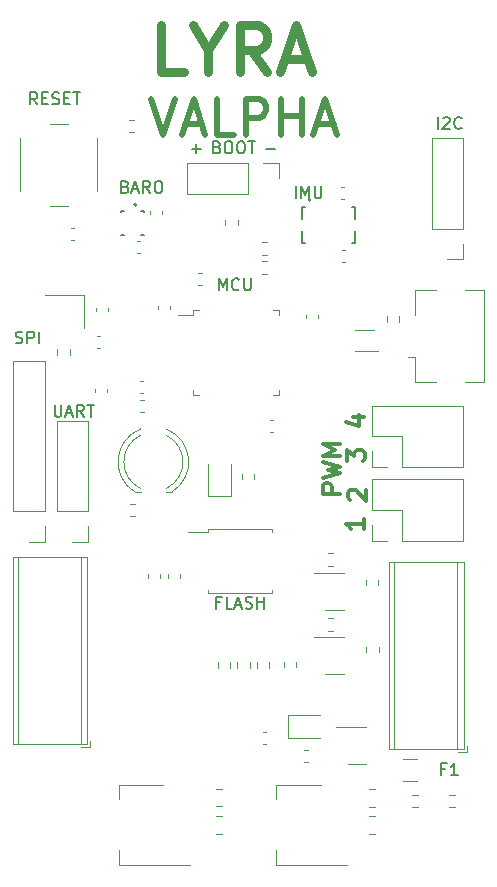
<source format=gbr>
%TF.GenerationSoftware,KiCad,Pcbnew,(7.0.0)*%
%TF.CreationDate,2023-07-06T10:13:40+01:00*%
%TF.ProjectId,wolf flight comp,776f6c66-2066-46c6-9967-687420636f6d,rev?*%
%TF.SameCoordinates,Original*%
%TF.FileFunction,Legend,Top*%
%TF.FilePolarity,Positive*%
%FSLAX46Y46*%
G04 Gerber Fmt 4.6, Leading zero omitted, Abs format (unit mm)*
G04 Created by KiCad (PCBNEW (7.0.0)) date 2023-07-06 10:13:40*
%MOMM*%
%LPD*%
G01*
G04 APERTURE LIST*
%ADD10C,0.200000*%
%ADD11C,0.750000*%
%ADD12C,0.300000*%
%ADD13C,0.500000*%
%ADD14C,0.150000*%
%ADD15C,0.120000*%
%ADD16C,0.127000*%
G04 APERTURE END LIST*
D10*
X160338095Y-67851428D02*
X161100000Y-67851428D01*
X160719047Y-68232380D02*
X160719047Y-67470476D01*
X162509523Y-67708571D02*
X162652380Y-67756190D01*
X162652380Y-67756190D02*
X162699999Y-67803809D01*
X162699999Y-67803809D02*
X162747618Y-67899047D01*
X162747618Y-67899047D02*
X162747618Y-68041904D01*
X162747618Y-68041904D02*
X162699999Y-68137142D01*
X162699999Y-68137142D02*
X162652380Y-68184761D01*
X162652380Y-68184761D02*
X162557142Y-68232380D01*
X162557142Y-68232380D02*
X162176190Y-68232380D01*
X162176190Y-68232380D02*
X162176190Y-67232380D01*
X162176190Y-67232380D02*
X162509523Y-67232380D01*
X162509523Y-67232380D02*
X162604761Y-67280000D01*
X162604761Y-67280000D02*
X162652380Y-67327619D01*
X162652380Y-67327619D02*
X162699999Y-67422857D01*
X162699999Y-67422857D02*
X162699999Y-67518095D01*
X162699999Y-67518095D02*
X162652380Y-67613333D01*
X162652380Y-67613333D02*
X162604761Y-67660952D01*
X162604761Y-67660952D02*
X162509523Y-67708571D01*
X162509523Y-67708571D02*
X162176190Y-67708571D01*
X163366666Y-67232380D02*
X163557142Y-67232380D01*
X163557142Y-67232380D02*
X163652380Y-67280000D01*
X163652380Y-67280000D02*
X163747618Y-67375238D01*
X163747618Y-67375238D02*
X163795237Y-67565714D01*
X163795237Y-67565714D02*
X163795237Y-67899047D01*
X163795237Y-67899047D02*
X163747618Y-68089523D01*
X163747618Y-68089523D02*
X163652380Y-68184761D01*
X163652380Y-68184761D02*
X163557142Y-68232380D01*
X163557142Y-68232380D02*
X163366666Y-68232380D01*
X163366666Y-68232380D02*
X163271428Y-68184761D01*
X163271428Y-68184761D02*
X163176190Y-68089523D01*
X163176190Y-68089523D02*
X163128571Y-67899047D01*
X163128571Y-67899047D02*
X163128571Y-67565714D01*
X163128571Y-67565714D02*
X163176190Y-67375238D01*
X163176190Y-67375238D02*
X163271428Y-67280000D01*
X163271428Y-67280000D02*
X163366666Y-67232380D01*
X164414285Y-67232380D02*
X164604761Y-67232380D01*
X164604761Y-67232380D02*
X164699999Y-67280000D01*
X164699999Y-67280000D02*
X164795237Y-67375238D01*
X164795237Y-67375238D02*
X164842856Y-67565714D01*
X164842856Y-67565714D02*
X164842856Y-67899047D01*
X164842856Y-67899047D02*
X164795237Y-68089523D01*
X164795237Y-68089523D02*
X164699999Y-68184761D01*
X164699999Y-68184761D02*
X164604761Y-68232380D01*
X164604761Y-68232380D02*
X164414285Y-68232380D01*
X164414285Y-68232380D02*
X164319047Y-68184761D01*
X164319047Y-68184761D02*
X164223809Y-68089523D01*
X164223809Y-68089523D02*
X164176190Y-67899047D01*
X164176190Y-67899047D02*
X164176190Y-67565714D01*
X164176190Y-67565714D02*
X164223809Y-67375238D01*
X164223809Y-67375238D02*
X164319047Y-67280000D01*
X164319047Y-67280000D02*
X164414285Y-67232380D01*
X165128571Y-67232380D02*
X165699999Y-67232380D01*
X165414285Y-68232380D02*
X165414285Y-67232380D01*
X166633333Y-67851428D02*
X167395238Y-67851428D01*
D11*
X159657142Y-61379523D02*
X157752380Y-61379523D01*
X157752380Y-61379523D02*
X157752380Y-57379523D01*
X161752380Y-59474761D02*
X161752380Y-61379523D01*
X160419047Y-57379523D02*
X161752380Y-59474761D01*
X161752380Y-59474761D02*
X163085714Y-57379523D01*
X166704761Y-61379523D02*
X165371427Y-59474761D01*
X164419046Y-61379523D02*
X164419046Y-57379523D01*
X164419046Y-57379523D02*
X165942856Y-57379523D01*
X165942856Y-57379523D02*
X166323808Y-57570000D01*
X166323808Y-57570000D02*
X166514285Y-57760476D01*
X166514285Y-57760476D02*
X166704761Y-58141428D01*
X166704761Y-58141428D02*
X166704761Y-58712857D01*
X166704761Y-58712857D02*
X166514285Y-59093809D01*
X166514285Y-59093809D02*
X166323808Y-59284285D01*
X166323808Y-59284285D02*
X165942856Y-59474761D01*
X165942856Y-59474761D02*
X164419046Y-59474761D01*
X168228570Y-60236666D02*
X170133332Y-60236666D01*
X167847618Y-61379523D02*
X169180951Y-57379523D01*
X169180951Y-57379523D02*
X170514285Y-61379523D01*
D10*
X147259523Y-64082380D02*
X146926190Y-63606190D01*
X146688095Y-64082380D02*
X146688095Y-63082380D01*
X146688095Y-63082380D02*
X147069047Y-63082380D01*
X147069047Y-63082380D02*
X147164285Y-63130000D01*
X147164285Y-63130000D02*
X147211904Y-63177619D01*
X147211904Y-63177619D02*
X147259523Y-63272857D01*
X147259523Y-63272857D02*
X147259523Y-63415714D01*
X147259523Y-63415714D02*
X147211904Y-63510952D01*
X147211904Y-63510952D02*
X147164285Y-63558571D01*
X147164285Y-63558571D02*
X147069047Y-63606190D01*
X147069047Y-63606190D02*
X146688095Y-63606190D01*
X147688095Y-63558571D02*
X148021428Y-63558571D01*
X148164285Y-64082380D02*
X147688095Y-64082380D01*
X147688095Y-64082380D02*
X147688095Y-63082380D01*
X147688095Y-63082380D02*
X148164285Y-63082380D01*
X148545238Y-64034761D02*
X148688095Y-64082380D01*
X148688095Y-64082380D02*
X148926190Y-64082380D01*
X148926190Y-64082380D02*
X149021428Y-64034761D01*
X149021428Y-64034761D02*
X149069047Y-63987142D01*
X149069047Y-63987142D02*
X149116666Y-63891904D01*
X149116666Y-63891904D02*
X149116666Y-63796666D01*
X149116666Y-63796666D02*
X149069047Y-63701428D01*
X149069047Y-63701428D02*
X149021428Y-63653809D01*
X149021428Y-63653809D02*
X148926190Y-63606190D01*
X148926190Y-63606190D02*
X148735714Y-63558571D01*
X148735714Y-63558571D02*
X148640476Y-63510952D01*
X148640476Y-63510952D02*
X148592857Y-63463333D01*
X148592857Y-63463333D02*
X148545238Y-63368095D01*
X148545238Y-63368095D02*
X148545238Y-63272857D01*
X148545238Y-63272857D02*
X148592857Y-63177619D01*
X148592857Y-63177619D02*
X148640476Y-63130000D01*
X148640476Y-63130000D02*
X148735714Y-63082380D01*
X148735714Y-63082380D02*
X148973809Y-63082380D01*
X148973809Y-63082380D02*
X149116666Y-63130000D01*
X149545238Y-63558571D02*
X149878571Y-63558571D01*
X150021428Y-64082380D02*
X149545238Y-64082380D01*
X149545238Y-64082380D02*
X149545238Y-63082380D01*
X149545238Y-63082380D02*
X150021428Y-63082380D01*
X150307143Y-63082380D02*
X150878571Y-63082380D01*
X150592857Y-64082380D02*
X150592857Y-63082380D01*
X181188095Y-66182380D02*
X181188095Y-65182380D01*
X181616666Y-65277619D02*
X181664285Y-65230000D01*
X181664285Y-65230000D02*
X181759523Y-65182380D01*
X181759523Y-65182380D02*
X181997618Y-65182380D01*
X181997618Y-65182380D02*
X182092856Y-65230000D01*
X182092856Y-65230000D02*
X182140475Y-65277619D01*
X182140475Y-65277619D02*
X182188094Y-65372857D01*
X182188094Y-65372857D02*
X182188094Y-65468095D01*
X182188094Y-65468095D02*
X182140475Y-65610952D01*
X182140475Y-65610952D02*
X181569047Y-66182380D01*
X181569047Y-66182380D02*
X182188094Y-66182380D01*
X183188094Y-66087142D02*
X183140475Y-66134761D01*
X183140475Y-66134761D02*
X182997618Y-66182380D01*
X182997618Y-66182380D02*
X182902380Y-66182380D01*
X182902380Y-66182380D02*
X182759523Y-66134761D01*
X182759523Y-66134761D02*
X182664285Y-66039523D01*
X182664285Y-66039523D02*
X182616666Y-65944285D01*
X182616666Y-65944285D02*
X182569047Y-65753809D01*
X182569047Y-65753809D02*
X182569047Y-65610952D01*
X182569047Y-65610952D02*
X182616666Y-65420476D01*
X182616666Y-65420476D02*
X182664285Y-65325238D01*
X182664285Y-65325238D02*
X182759523Y-65230000D01*
X182759523Y-65230000D02*
X182902380Y-65182380D01*
X182902380Y-65182380D02*
X182997618Y-65182380D01*
X182997618Y-65182380D02*
X183140475Y-65230000D01*
X183140475Y-65230000D02*
X183188094Y-65277619D01*
D12*
X173973571Y-90600000D02*
X174973571Y-90600000D01*
X173402142Y-90957142D02*
X174473571Y-91314285D01*
X174473571Y-91314285D02*
X174473571Y-90385714D01*
D10*
X169138095Y-72032380D02*
X169138095Y-71032380D01*
X169614285Y-72032380D02*
X169614285Y-71032380D01*
X169614285Y-71032380D02*
X169947618Y-71746666D01*
X169947618Y-71746666D02*
X170280951Y-71032380D01*
X170280951Y-71032380D02*
X170280951Y-72032380D01*
X170757142Y-71032380D02*
X170757142Y-71841904D01*
X170757142Y-71841904D02*
X170804761Y-71937142D01*
X170804761Y-71937142D02*
X170852380Y-71984761D01*
X170852380Y-71984761D02*
X170947618Y-72032380D01*
X170947618Y-72032380D02*
X171138094Y-72032380D01*
X171138094Y-72032380D02*
X171233332Y-71984761D01*
X171233332Y-71984761D02*
X171280951Y-71937142D01*
X171280951Y-71937142D02*
X171328570Y-71841904D01*
X171328570Y-71841904D02*
X171328570Y-71032380D01*
D12*
X174923571Y-99207142D02*
X174923571Y-100064285D01*
X174923571Y-99635714D02*
X173423571Y-99635714D01*
X173423571Y-99635714D02*
X173637857Y-99778571D01*
X173637857Y-99778571D02*
X173780714Y-99921428D01*
X173780714Y-99921428D02*
X173852142Y-100064285D01*
X173716428Y-97564285D02*
X173645000Y-97492857D01*
X173645000Y-97492857D02*
X173573571Y-97350000D01*
X173573571Y-97350000D02*
X173573571Y-96992857D01*
X173573571Y-96992857D02*
X173645000Y-96850000D01*
X173645000Y-96850000D02*
X173716428Y-96778571D01*
X173716428Y-96778571D02*
X173859285Y-96707142D01*
X173859285Y-96707142D02*
X174002142Y-96707142D01*
X174002142Y-96707142D02*
X174216428Y-96778571D01*
X174216428Y-96778571D02*
X175073571Y-97635714D01*
X175073571Y-97635714D02*
X175073571Y-96707142D01*
D10*
X154721428Y-71058571D02*
X154864285Y-71106190D01*
X154864285Y-71106190D02*
X154911904Y-71153809D01*
X154911904Y-71153809D02*
X154959523Y-71249047D01*
X154959523Y-71249047D02*
X154959523Y-71391904D01*
X154959523Y-71391904D02*
X154911904Y-71487142D01*
X154911904Y-71487142D02*
X154864285Y-71534761D01*
X154864285Y-71534761D02*
X154769047Y-71582380D01*
X154769047Y-71582380D02*
X154388095Y-71582380D01*
X154388095Y-71582380D02*
X154388095Y-70582380D01*
X154388095Y-70582380D02*
X154721428Y-70582380D01*
X154721428Y-70582380D02*
X154816666Y-70630000D01*
X154816666Y-70630000D02*
X154864285Y-70677619D01*
X154864285Y-70677619D02*
X154911904Y-70772857D01*
X154911904Y-70772857D02*
X154911904Y-70868095D01*
X154911904Y-70868095D02*
X154864285Y-70963333D01*
X154864285Y-70963333D02*
X154816666Y-71010952D01*
X154816666Y-71010952D02*
X154721428Y-71058571D01*
X154721428Y-71058571D02*
X154388095Y-71058571D01*
X155340476Y-71296666D02*
X155816666Y-71296666D01*
X155245238Y-71582380D02*
X155578571Y-70582380D01*
X155578571Y-70582380D02*
X155911904Y-71582380D01*
X156816666Y-71582380D02*
X156483333Y-71106190D01*
X156245238Y-71582380D02*
X156245238Y-70582380D01*
X156245238Y-70582380D02*
X156626190Y-70582380D01*
X156626190Y-70582380D02*
X156721428Y-70630000D01*
X156721428Y-70630000D02*
X156769047Y-70677619D01*
X156769047Y-70677619D02*
X156816666Y-70772857D01*
X156816666Y-70772857D02*
X156816666Y-70915714D01*
X156816666Y-70915714D02*
X156769047Y-71010952D01*
X156769047Y-71010952D02*
X156721428Y-71058571D01*
X156721428Y-71058571D02*
X156626190Y-71106190D01*
X156626190Y-71106190D02*
X156245238Y-71106190D01*
X157435714Y-70582380D02*
X157626190Y-70582380D01*
X157626190Y-70582380D02*
X157721428Y-70630000D01*
X157721428Y-70630000D02*
X157816666Y-70725238D01*
X157816666Y-70725238D02*
X157864285Y-70915714D01*
X157864285Y-70915714D02*
X157864285Y-71249047D01*
X157864285Y-71249047D02*
X157816666Y-71439523D01*
X157816666Y-71439523D02*
X157721428Y-71534761D01*
X157721428Y-71534761D02*
X157626190Y-71582380D01*
X157626190Y-71582380D02*
X157435714Y-71582380D01*
X157435714Y-71582380D02*
X157340476Y-71534761D01*
X157340476Y-71534761D02*
X157245238Y-71439523D01*
X157245238Y-71439523D02*
X157197619Y-71249047D01*
X157197619Y-71249047D02*
X157197619Y-70915714D01*
X157197619Y-70915714D02*
X157245238Y-70725238D01*
X157245238Y-70725238D02*
X157340476Y-70630000D01*
X157340476Y-70630000D02*
X157435714Y-70582380D01*
X162771428Y-106258571D02*
X162438095Y-106258571D01*
X162438095Y-106782380D02*
X162438095Y-105782380D01*
X162438095Y-105782380D02*
X162914285Y-105782380D01*
X163771428Y-106782380D02*
X163295238Y-106782380D01*
X163295238Y-106782380D02*
X163295238Y-105782380D01*
X164057143Y-106496666D02*
X164533333Y-106496666D01*
X163961905Y-106782380D02*
X164295238Y-105782380D01*
X164295238Y-105782380D02*
X164628571Y-106782380D01*
X164914286Y-106734761D02*
X165057143Y-106782380D01*
X165057143Y-106782380D02*
X165295238Y-106782380D01*
X165295238Y-106782380D02*
X165390476Y-106734761D01*
X165390476Y-106734761D02*
X165438095Y-106687142D01*
X165438095Y-106687142D02*
X165485714Y-106591904D01*
X165485714Y-106591904D02*
X165485714Y-106496666D01*
X165485714Y-106496666D02*
X165438095Y-106401428D01*
X165438095Y-106401428D02*
X165390476Y-106353809D01*
X165390476Y-106353809D02*
X165295238Y-106306190D01*
X165295238Y-106306190D02*
X165104762Y-106258571D01*
X165104762Y-106258571D02*
X165009524Y-106210952D01*
X165009524Y-106210952D02*
X164961905Y-106163333D01*
X164961905Y-106163333D02*
X164914286Y-106068095D01*
X164914286Y-106068095D02*
X164914286Y-105972857D01*
X164914286Y-105972857D02*
X164961905Y-105877619D01*
X164961905Y-105877619D02*
X165009524Y-105830000D01*
X165009524Y-105830000D02*
X165104762Y-105782380D01*
X165104762Y-105782380D02*
X165342857Y-105782380D01*
X165342857Y-105782380D02*
X165485714Y-105830000D01*
X165914286Y-106782380D02*
X165914286Y-105782380D01*
X165914286Y-106258571D02*
X166485714Y-106258571D01*
X166485714Y-106782380D02*
X166485714Y-105782380D01*
D12*
X173523571Y-94285714D02*
X173523571Y-93357142D01*
X173523571Y-93357142D02*
X174095000Y-93857142D01*
X174095000Y-93857142D02*
X174095000Y-93642857D01*
X174095000Y-93642857D02*
X174166428Y-93500000D01*
X174166428Y-93500000D02*
X174237857Y-93428571D01*
X174237857Y-93428571D02*
X174380714Y-93357142D01*
X174380714Y-93357142D02*
X174737857Y-93357142D01*
X174737857Y-93357142D02*
X174880714Y-93428571D01*
X174880714Y-93428571D02*
X174952142Y-93500000D01*
X174952142Y-93500000D02*
X175023571Y-93642857D01*
X175023571Y-93642857D02*
X175023571Y-94071428D01*
X175023571Y-94071428D02*
X174952142Y-94214285D01*
X174952142Y-94214285D02*
X174880714Y-94285714D01*
D10*
X162638095Y-79832380D02*
X162638095Y-78832380D01*
X162638095Y-78832380D02*
X162971428Y-79546666D01*
X162971428Y-79546666D02*
X163304761Y-78832380D01*
X163304761Y-78832380D02*
X163304761Y-79832380D01*
X164352380Y-79737142D02*
X164304761Y-79784761D01*
X164304761Y-79784761D02*
X164161904Y-79832380D01*
X164161904Y-79832380D02*
X164066666Y-79832380D01*
X164066666Y-79832380D02*
X163923809Y-79784761D01*
X163923809Y-79784761D02*
X163828571Y-79689523D01*
X163828571Y-79689523D02*
X163780952Y-79594285D01*
X163780952Y-79594285D02*
X163733333Y-79403809D01*
X163733333Y-79403809D02*
X163733333Y-79260952D01*
X163733333Y-79260952D02*
X163780952Y-79070476D01*
X163780952Y-79070476D02*
X163828571Y-78975238D01*
X163828571Y-78975238D02*
X163923809Y-78880000D01*
X163923809Y-78880000D02*
X164066666Y-78832380D01*
X164066666Y-78832380D02*
X164161904Y-78832380D01*
X164161904Y-78832380D02*
X164304761Y-78880000D01*
X164304761Y-78880000D02*
X164352380Y-78927619D01*
X164780952Y-78832380D02*
X164780952Y-79641904D01*
X164780952Y-79641904D02*
X164828571Y-79737142D01*
X164828571Y-79737142D02*
X164876190Y-79784761D01*
X164876190Y-79784761D02*
X164971428Y-79832380D01*
X164971428Y-79832380D02*
X165161904Y-79832380D01*
X165161904Y-79832380D02*
X165257142Y-79784761D01*
X165257142Y-79784761D02*
X165304761Y-79737142D01*
X165304761Y-79737142D02*
X165352380Y-79641904D01*
X165352380Y-79641904D02*
X165352380Y-78832380D01*
D13*
X156935714Y-63647142D02*
X157935714Y-66647142D01*
X157935714Y-66647142D02*
X158935714Y-63647142D01*
X159792857Y-65790000D02*
X161221429Y-65790000D01*
X159507143Y-66647142D02*
X160507143Y-63647142D01*
X160507143Y-63647142D02*
X161507143Y-66647142D01*
X163935715Y-66647142D02*
X162507143Y-66647142D01*
X162507143Y-66647142D02*
X162507143Y-63647142D01*
X164935714Y-66647142D02*
X164935714Y-63647142D01*
X164935714Y-63647142D02*
X166078571Y-63647142D01*
X166078571Y-63647142D02*
X166364286Y-63790000D01*
X166364286Y-63790000D02*
X166507143Y-63932857D01*
X166507143Y-63932857D02*
X166650000Y-64218571D01*
X166650000Y-64218571D02*
X166650000Y-64647142D01*
X166650000Y-64647142D02*
X166507143Y-64932857D01*
X166507143Y-64932857D02*
X166364286Y-65075714D01*
X166364286Y-65075714D02*
X166078571Y-65218571D01*
X166078571Y-65218571D02*
X164935714Y-65218571D01*
X167935714Y-66647142D02*
X167935714Y-63647142D01*
X167935714Y-65075714D02*
X169650000Y-65075714D01*
X169650000Y-66647142D02*
X169650000Y-63647142D01*
X170935714Y-65790000D02*
X172364286Y-65790000D01*
X170650000Y-66647142D02*
X171650000Y-63647142D01*
X171650000Y-63647142D02*
X172650000Y-66647142D01*
D12*
X172923571Y-97042857D02*
X171423571Y-97042857D01*
X171423571Y-97042857D02*
X171423571Y-96471428D01*
X171423571Y-96471428D02*
X171495000Y-96328571D01*
X171495000Y-96328571D02*
X171566428Y-96257142D01*
X171566428Y-96257142D02*
X171709285Y-96185714D01*
X171709285Y-96185714D02*
X171923571Y-96185714D01*
X171923571Y-96185714D02*
X172066428Y-96257142D01*
X172066428Y-96257142D02*
X172137857Y-96328571D01*
X172137857Y-96328571D02*
X172209285Y-96471428D01*
X172209285Y-96471428D02*
X172209285Y-97042857D01*
X171423571Y-95685714D02*
X172923571Y-95328571D01*
X172923571Y-95328571D02*
X171852142Y-95042857D01*
X171852142Y-95042857D02*
X172923571Y-94757142D01*
X172923571Y-94757142D02*
X171423571Y-94400000D01*
X172923571Y-93828571D02*
X171423571Y-93828571D01*
X171423571Y-93828571D02*
X172495000Y-93328571D01*
X172495000Y-93328571D02*
X171423571Y-92828571D01*
X171423571Y-92828571D02*
X172923571Y-92828571D01*
D10*
X145440476Y-84284761D02*
X145583333Y-84332380D01*
X145583333Y-84332380D02*
X145821428Y-84332380D01*
X145821428Y-84332380D02*
X145916666Y-84284761D01*
X145916666Y-84284761D02*
X145964285Y-84237142D01*
X145964285Y-84237142D02*
X146011904Y-84141904D01*
X146011904Y-84141904D02*
X146011904Y-84046666D01*
X146011904Y-84046666D02*
X145964285Y-83951428D01*
X145964285Y-83951428D02*
X145916666Y-83903809D01*
X145916666Y-83903809D02*
X145821428Y-83856190D01*
X145821428Y-83856190D02*
X145630952Y-83808571D01*
X145630952Y-83808571D02*
X145535714Y-83760952D01*
X145535714Y-83760952D02*
X145488095Y-83713333D01*
X145488095Y-83713333D02*
X145440476Y-83618095D01*
X145440476Y-83618095D02*
X145440476Y-83522857D01*
X145440476Y-83522857D02*
X145488095Y-83427619D01*
X145488095Y-83427619D02*
X145535714Y-83380000D01*
X145535714Y-83380000D02*
X145630952Y-83332380D01*
X145630952Y-83332380D02*
X145869047Y-83332380D01*
X145869047Y-83332380D02*
X146011904Y-83380000D01*
X146440476Y-84332380D02*
X146440476Y-83332380D01*
X146440476Y-83332380D02*
X146821428Y-83332380D01*
X146821428Y-83332380D02*
X146916666Y-83380000D01*
X146916666Y-83380000D02*
X146964285Y-83427619D01*
X146964285Y-83427619D02*
X147011904Y-83522857D01*
X147011904Y-83522857D02*
X147011904Y-83665714D01*
X147011904Y-83665714D02*
X146964285Y-83760952D01*
X146964285Y-83760952D02*
X146916666Y-83808571D01*
X146916666Y-83808571D02*
X146821428Y-83856190D01*
X146821428Y-83856190D02*
X146440476Y-83856190D01*
X147440476Y-84332380D02*
X147440476Y-83332380D01*
X148738095Y-89532380D02*
X148738095Y-90341904D01*
X148738095Y-90341904D02*
X148785714Y-90437142D01*
X148785714Y-90437142D02*
X148833333Y-90484761D01*
X148833333Y-90484761D02*
X148928571Y-90532380D01*
X148928571Y-90532380D02*
X149119047Y-90532380D01*
X149119047Y-90532380D02*
X149214285Y-90484761D01*
X149214285Y-90484761D02*
X149261904Y-90437142D01*
X149261904Y-90437142D02*
X149309523Y-90341904D01*
X149309523Y-90341904D02*
X149309523Y-89532380D01*
X149738095Y-90246666D02*
X150214285Y-90246666D01*
X149642857Y-90532380D02*
X149976190Y-89532380D01*
X149976190Y-89532380D02*
X150309523Y-90532380D01*
X151214285Y-90532380D02*
X150880952Y-90056190D01*
X150642857Y-90532380D02*
X150642857Y-89532380D01*
X150642857Y-89532380D02*
X151023809Y-89532380D01*
X151023809Y-89532380D02*
X151119047Y-89580000D01*
X151119047Y-89580000D02*
X151166666Y-89627619D01*
X151166666Y-89627619D02*
X151214285Y-89722857D01*
X151214285Y-89722857D02*
X151214285Y-89865714D01*
X151214285Y-89865714D02*
X151166666Y-89960952D01*
X151166666Y-89960952D02*
X151119047Y-90008571D01*
X151119047Y-90008571D02*
X151023809Y-90056190D01*
X151023809Y-90056190D02*
X150642857Y-90056190D01*
X151500000Y-89532380D02*
X152071428Y-89532380D01*
X151785714Y-90532380D02*
X151785714Y-89532380D01*
D14*
%TO.C,F1*%
X181816666Y-120343571D02*
X181483333Y-120343571D01*
X181483333Y-120867380D02*
X181483333Y-119867380D01*
X181483333Y-119867380D02*
X181959523Y-119867380D01*
X182864285Y-120867380D02*
X182292857Y-120867380D01*
X182578571Y-120867380D02*
X182578571Y-119867380D01*
X182578571Y-119867380D02*
X182483333Y-120010238D01*
X182483333Y-120010238D02*
X182388095Y-120105476D01*
X182388095Y-120105476D02*
X182292857Y-120153095D01*
D15*
%TO.C,C17*%
X156287380Y-90121200D02*
X156006220Y-90121200D01*
X156287380Y-89101200D02*
X156006220Y-89101200D01*
%TO.C,R8*%
X176163500Y-109998742D02*
X176163500Y-110473258D01*
X175118500Y-109998742D02*
X175118500Y-110473258D01*
%TO.C,U6*%
X161696000Y-100018000D02*
X161696000Y-100278000D01*
X161696000Y-100278000D02*
X160021000Y-100278000D01*
X161696000Y-105468000D02*
X161696000Y-105208000D01*
X164421000Y-100018000D02*
X161696000Y-100018000D01*
X164421000Y-100018000D02*
X167146000Y-100018000D01*
X164421000Y-105468000D02*
X161696000Y-105468000D01*
X164421000Y-105468000D02*
X167146000Y-105468000D01*
X167146000Y-100018000D02*
X167146000Y-100278000D01*
X167146000Y-105468000D02*
X167146000Y-105208000D01*
%TO.C,R13*%
X182137742Y-122577500D02*
X182612258Y-122577500D01*
X182137742Y-123622500D02*
X182612258Y-123622500D01*
%TO.C,J10*%
X183330000Y-77210000D02*
X182000000Y-77210000D01*
X183330000Y-75880000D02*
X183330000Y-77210000D01*
X183330000Y-74610000D02*
X183330000Y-66930000D01*
X183330000Y-74610000D02*
X180670000Y-74610000D01*
X183330000Y-66930000D02*
X180670000Y-66930000D01*
X180670000Y-74610000D02*
X180670000Y-66930000D01*
%TO.C,C19*%
X152271000Y-81572980D02*
X152271000Y-81291820D01*
X153291000Y-81572980D02*
X153291000Y-81291820D01*
%TO.C,R23*%
X168133500Y-111743258D02*
X168133500Y-111268742D01*
X169178500Y-111743258D02*
X169178500Y-111268742D01*
%TO.C,R21*%
X164225500Y-73867742D02*
X164225500Y-74342258D01*
X163180500Y-73867742D02*
X163180500Y-74342258D01*
%TO.C,J7*%
X182873000Y-118894000D02*
X183613000Y-118894000D01*
X183613000Y-118894000D02*
X183613000Y-118394000D01*
X177053000Y-118654000D02*
X183373000Y-118654000D01*
X177053000Y-118654000D02*
X177053000Y-102834000D01*
X177513000Y-118654000D02*
X177513000Y-102834000D01*
X182813000Y-118654000D02*
X182813000Y-102834000D01*
X183373000Y-118654000D02*
X183373000Y-102834000D01*
X177053000Y-102834000D02*
X183373000Y-102834000D01*
%TO.C,C6*%
X173059420Y-76452000D02*
X173340580Y-76452000D01*
X173059420Y-77472000D02*
X173340580Y-77472000D01*
%TO.C,FB2*%
X152144000Y-88476279D02*
X152144000Y-88150721D01*
X153164000Y-88476279D02*
X153164000Y-88150721D01*
%TO.C,C15*%
X161189580Y-79377000D02*
X160908420Y-79377000D01*
X161189580Y-78357000D02*
X160908420Y-78357000D01*
%TO.C,FB1*%
X170215779Y-119737600D02*
X169890221Y-119737600D01*
X170215779Y-118717600D02*
X169890221Y-118717600D01*
%TO.C,R16*%
X166737258Y-76822500D02*
X166262742Y-76822500D01*
X166737258Y-75777500D02*
X166262742Y-75777500D01*
%TO.C,F1*%
X179402064Y-121360000D02*
X178197936Y-121360000D01*
X179402064Y-119540000D02*
X178197936Y-119540000D01*
%TO.C,D3*%
X161727000Y-97267500D02*
X163647000Y-97267500D01*
X163647000Y-97267500D02*
X163647000Y-94582500D01*
X161727000Y-94582500D02*
X161727000Y-97267500D01*
%TO.C,R3*%
X177922500Y-82037742D02*
X177922500Y-82512258D01*
X176877500Y-82037742D02*
X176877500Y-82512258D01*
%TO.C,C9*%
X158323000Y-104153580D02*
X158323000Y-103872420D01*
X159343000Y-104153580D02*
X159343000Y-103872420D01*
%TO.C,R20*%
X162545500Y-111807258D02*
X162545500Y-111332742D01*
X163590500Y-111807258D02*
X163590500Y-111332742D01*
%TO.C,U3*%
X175806000Y-83200000D02*
X174206000Y-83200000D01*
X174206000Y-85000000D02*
X176106000Y-85000000D01*
%TO.C,C14*%
X166978420Y-90803000D02*
X167259580Y-90803000D01*
X166978420Y-91823000D02*
X167259580Y-91823000D01*
%TO.C,J6*%
X175581000Y-101025000D02*
X175581000Y-99695000D01*
X176911000Y-101025000D02*
X175581000Y-101025000D01*
X178181000Y-101025000D02*
X183321000Y-101025000D01*
X178181000Y-101025000D02*
X178181000Y-98425000D01*
X183321000Y-101025000D02*
X183321000Y-95825000D01*
X175581000Y-98425000D02*
X175581000Y-95825000D01*
X178181000Y-98425000D02*
X175581000Y-98425000D01*
X175581000Y-95825000D02*
X183321000Y-95825000D01*
%TO.C,R14*%
X166762258Y-78422500D02*
X166287742Y-78422500D01*
X166762258Y-77377500D02*
X166287742Y-77377500D01*
%TO.C,R6*%
X155087742Y-97927500D02*
X155562258Y-97927500D01*
X155087742Y-98972500D02*
X155562258Y-98972500D01*
%TO.C,Q1*%
X174340100Y-116788800D02*
X172540100Y-116788800D01*
X174340100Y-116788800D02*
X175140100Y-116788800D01*
X174340100Y-119908800D02*
X173540100Y-119908800D01*
X174340100Y-119908800D02*
X175140100Y-119908800D01*
%TO.C,J2*%
X151571000Y-101152000D02*
X150241000Y-101152000D01*
X151571000Y-99822000D02*
X151571000Y-101152000D01*
X151571000Y-98552000D02*
X151571000Y-90872000D01*
X151571000Y-98552000D02*
X148911000Y-98552000D01*
X151571000Y-90872000D02*
X148911000Y-90872000D01*
X148911000Y-98552000D02*
X148911000Y-90872000D01*
%TO.C,C8*%
X155688420Y-75690000D02*
X155969580Y-75690000D01*
X155688420Y-76710000D02*
X155969580Y-76710000D01*
%TO.C,R11*%
X176152500Y-104344742D02*
X176152500Y-104819258D01*
X175107500Y-104344742D02*
X175107500Y-104819258D01*
%TO.C,C18*%
X156261380Y-88495600D02*
X155980220Y-88495600D01*
X156261380Y-87475600D02*
X155980220Y-87475600D01*
%TO.C,C3*%
X175379748Y-124360000D02*
X175902252Y-124360000D01*
X175379748Y-125830000D02*
X175902252Y-125830000D01*
%TO.C,R22*%
X150001500Y-84814142D02*
X150001500Y-85288658D01*
X148956500Y-84814142D02*
X148956500Y-85288658D01*
%TO.C,Y1*%
X151213000Y-83022000D02*
X151213000Y-80222000D01*
X151213000Y-80222000D02*
X147913000Y-80222000D01*
D16*
%TO.C,U5*%
X154320500Y-73160000D02*
X154613000Y-73160000D01*
X154320500Y-73202500D02*
X154320500Y-73160000D01*
X154320500Y-75160000D02*
X154320500Y-75117500D01*
X154320500Y-75160000D02*
X154613000Y-75160000D01*
X156028000Y-73160000D02*
X156320500Y-73160000D01*
X156320500Y-73160000D02*
X156320500Y-73202500D01*
X156320500Y-75117500D02*
X156320500Y-75160000D01*
X156320500Y-75160000D02*
X156028000Y-75160000D01*
D10*
X155670500Y-72572500D02*
G75*
G03*
X155670500Y-72572500I-100000J0D01*
G01*
D15*
%TO.C,D2*%
X155554000Y-96921000D02*
X156019000Y-96921000D01*
X158179000Y-96921000D02*
X158644000Y-96921000D01*
X156018173Y-91573186D02*
G75*
G03*
X155554170Y-96920999I1080827J-2787814D01*
G01*
X156018572Y-92106522D02*
G75*
G03*
X156019000Y-96615683I1080428J-2254478D01*
G01*
X158179000Y-96615684D02*
G75*
G03*
X158179429Y-92106521I-1080000J2254684D01*
G01*
X158643830Y-96920999D02*
G75*
G03*
X158179827Y-91573186I-1544830J2559999D01*
G01*
%TO.C,J5*%
X175581000Y-94802000D02*
X175581000Y-93472000D01*
X176911000Y-94802000D02*
X175581000Y-94802000D01*
X178181000Y-94802000D02*
X183321000Y-94802000D01*
X178181000Y-94802000D02*
X178181000Y-92202000D01*
X183321000Y-94802000D02*
X183321000Y-89602000D01*
X175581000Y-92202000D02*
X175581000Y-89602000D01*
X178181000Y-92202000D02*
X175581000Y-92202000D01*
X175581000Y-89602000D02*
X183321000Y-89602000D01*
%TO.C,U1*%
X173518000Y-128505000D02*
X167508000Y-128505000D01*
X171268000Y-121685000D02*
X167508000Y-121685000D01*
X167508000Y-128505000D02*
X167508000Y-127245000D01*
X167508000Y-121685000D02*
X167508000Y-122945000D01*
%TO.C,R10*%
X165622500Y-95362742D02*
X165622500Y-95837258D01*
X164577500Y-95362742D02*
X164577500Y-95837258D01*
%TO.C,U7*%
X160474000Y-81480000D02*
X160474000Y-81930000D01*
X160474000Y-81930000D02*
X159184000Y-81930000D01*
X160474000Y-88700000D02*
X160474000Y-88250000D01*
X160924000Y-81480000D02*
X160474000Y-81480000D01*
X160924000Y-88700000D02*
X160474000Y-88700000D01*
X167244000Y-81480000D02*
X167694000Y-81480000D01*
X167244000Y-88700000D02*
X167694000Y-88700000D01*
X167694000Y-81480000D02*
X167694000Y-81930000D01*
X167694000Y-88700000D02*
X167694000Y-88250000D01*
%TO.C,C7*%
X157863000Y-73125420D02*
X157863000Y-73406580D01*
X156843000Y-73125420D02*
X156843000Y-73406580D01*
%TO.C,C20*%
X152335620Y-83716400D02*
X152616780Y-83716400D01*
X152335620Y-84736400D02*
X152616780Y-84736400D01*
%TO.C,J1*%
X179290000Y-87560000D02*
X179290000Y-85500000D01*
X181000000Y-87560000D02*
X179290000Y-87560000D01*
X185110000Y-87560000D02*
X183500000Y-87560000D01*
X185110000Y-87560000D02*
X185110000Y-79840000D01*
X179290000Y-85500000D02*
X178700000Y-85500000D01*
X179290000Y-79840000D02*
X179290000Y-81900000D01*
X181000000Y-79840000D02*
X179290000Y-79840000D01*
X185110000Y-79840000D02*
X183500000Y-79840000D01*
%TO.C,Q2*%
X172471500Y-109184000D02*
X170671500Y-109184000D01*
X172471500Y-109184000D02*
X173271500Y-109184000D01*
X172471500Y-112304000D02*
X171671500Y-112304000D01*
X172471500Y-112304000D02*
X173271500Y-112304000D01*
%TO.C,Q3*%
X172460500Y-103784000D02*
X170660500Y-103784000D01*
X172460500Y-103784000D02*
X173260500Y-103784000D01*
X172460500Y-106904000D02*
X171660500Y-106904000D01*
X172460500Y-106904000D02*
X173260500Y-106904000D01*
%TO.C,J3*%
X147888000Y-101152000D02*
X146558000Y-101152000D01*
X147888000Y-99822000D02*
X147888000Y-101152000D01*
X147888000Y-98552000D02*
X147888000Y-85792000D01*
X147888000Y-98552000D02*
X145228000Y-98552000D01*
X147888000Y-85792000D02*
X145228000Y-85792000D01*
X145228000Y-98552000D02*
X145228000Y-85792000D01*
%TO.C,J4*%
X150996000Y-118513000D02*
X151736000Y-118513000D01*
X151736000Y-118513000D02*
X151736000Y-118013000D01*
X145176000Y-118273000D02*
X151496000Y-118273000D01*
X145176000Y-118273000D02*
X145176000Y-102453000D01*
X145636000Y-118273000D02*
X145636000Y-102453000D01*
X150936000Y-118273000D02*
X150936000Y-102453000D01*
X151496000Y-118273000D02*
X151496000Y-102453000D01*
X145176000Y-102453000D02*
X151496000Y-102453000D01*
%TO.C,C2*%
X162425748Y-122048600D02*
X162948252Y-122048600D01*
X162425748Y-123518600D02*
X162948252Y-123518600D01*
%TO.C,R18*%
X164196500Y-111806258D02*
X164196500Y-111331742D01*
X165241500Y-111806258D02*
X165241500Y-111331742D01*
%TO.C,U2*%
X160183000Y-128505000D02*
X154173000Y-128505000D01*
X157933000Y-121685000D02*
X154173000Y-121685000D01*
X154173000Y-128505000D02*
X154173000Y-127245000D01*
X154173000Y-121685000D02*
X154173000Y-122945000D01*
%TO.C,J9*%
X167700000Y-69028000D02*
X167700000Y-70358000D01*
X166370000Y-69028000D02*
X167700000Y-69028000D01*
X165100000Y-69028000D02*
X159960000Y-69028000D01*
X165100000Y-69028000D02*
X165100000Y-71688000D01*
X159960000Y-69028000D02*
X159960000Y-71688000D01*
X165100000Y-71688000D02*
X159960000Y-71688000D01*
%TO.C,C5*%
X173228580Y-72138000D02*
X172947420Y-72138000D01*
X173228580Y-71118000D02*
X172947420Y-71118000D01*
%TO.C,R9*%
X172322258Y-103138500D02*
X171847742Y-103138500D01*
X172322258Y-102093500D02*
X171847742Y-102093500D01*
%TO.C,R17*%
X155020742Y-65415900D02*
X155495258Y-65415900D01*
X155020742Y-66460900D02*
X155495258Y-66460900D01*
%TO.C,C16*%
X170051000Y-82182580D02*
X170051000Y-81901420D01*
X171071000Y-82182580D02*
X171071000Y-81901420D01*
%TO.C,R19*%
X166892500Y-111332742D02*
X166892500Y-111807258D01*
X165847500Y-111332742D02*
X165847500Y-111807258D01*
%TO.C,D1*%
X168515000Y-115790000D02*
X168515000Y-117710000D01*
X168515000Y-117710000D02*
X171200000Y-117710000D01*
X171200000Y-115790000D02*
X168515000Y-115790000D01*
%TO.C,C11*%
X150100420Y-74547000D02*
X150381580Y-74547000D01*
X150100420Y-75567000D02*
X150381580Y-75567000D01*
%TO.C,C12*%
X166640580Y-118210000D02*
X166359420Y-118210000D01*
X166640580Y-117190000D02*
X166359420Y-117190000D01*
%TO.C,C10*%
X156672000Y-104166580D02*
X156672000Y-103885420D01*
X157692000Y-104166580D02*
X157692000Y-103885420D01*
%TO.C,SW1*%
X148348000Y-72715000D02*
X149848000Y-72715000D01*
X152348000Y-71465000D02*
X152348000Y-66965000D01*
X145848000Y-66965000D02*
X145848000Y-71465000D01*
X149848000Y-65715000D02*
X148348000Y-65715000D01*
%TO.C,R12*%
X179038942Y-122577500D02*
X179513458Y-122577500D01*
X179038942Y-123622500D02*
X179513458Y-123622500D01*
D16*
%TO.C,U4*%
X169698000Y-72795000D02*
X169948000Y-72795000D01*
X169698000Y-73795000D02*
X169698000Y-72795000D01*
X169698000Y-75795000D02*
X169698000Y-74795000D01*
X169948000Y-75795000D02*
X169698000Y-75795000D01*
X174198000Y-72795000D02*
X173948000Y-72795000D01*
X174198000Y-73795000D02*
X174198000Y-72795000D01*
X174198000Y-74795000D02*
X174198000Y-75795000D01*
X174198000Y-75795000D02*
X173948000Y-75795000D01*
D10*
X170419000Y-72195000D02*
G75*
G03*
X170419000Y-72195000I-100000J0D01*
G01*
D15*
%TO.C,C21*%
X157478000Y-81433580D02*
X157478000Y-81152420D01*
X158498000Y-81433580D02*
X158498000Y-81152420D01*
%TO.C,C4*%
X162425748Y-124360000D02*
X162948252Y-124360000D01*
X162425748Y-125830000D02*
X162948252Y-125830000D01*
%TO.C,C1*%
X175379748Y-122074000D02*
X175902252Y-122074000D01*
X175379748Y-123544000D02*
X175902252Y-123544000D01*
%TO.C,R7*%
X172322258Y-108663500D02*
X171847742Y-108663500D01*
X172322258Y-107618500D02*
X171847742Y-107618500D01*
%TD*%
M02*

</source>
